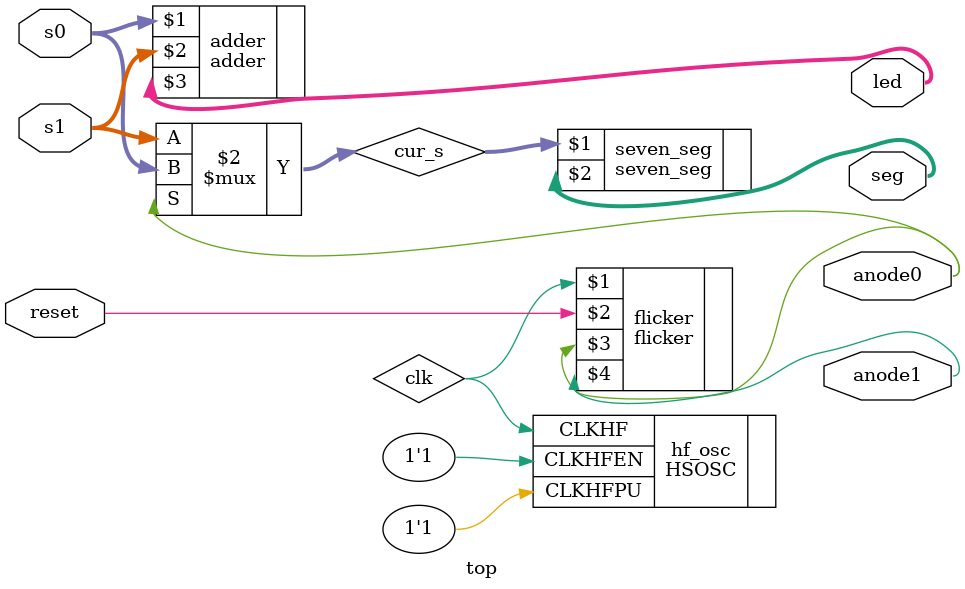
<source format=sv>
module top (
	input logic reset, // do i really need a reset
	input logic [3:0] s0,
	input logic [3:0] s1,
	output logic [4:0] led,
	output logic [6:0] seg,
	output logic anode0,
	output logic anode1
	);
	// Define internal variables
	logic clk;
	logic [3:0] cur_s; // Current s value being displayed
	// Internal high-speed oscillator 12 MHz
	HSOSC #(.CLKHF_DIV(2'b10))
	hf_osc (.CLKHFPU(1'b1), .CLKHFEN(1'b1), .CLKHF(clk));
	
	// Mux for switching
	// if anode 0 is on then you should take in the value for display 0 (s0), else take on the value of display 1 (s1)
	always_comb // does this need to be in an always comb, why would it need to be in an always_comb
		cur_s = anode0 ? s0 : s1;
		
	// declare submodules
	flicker flicker(clk, reset, anode0, anode1);
	adder adder(s0, s1, led);
	// 7 segment module
	seven_seg seven_seg(cur_s,seg);
 
endmodule

</source>
